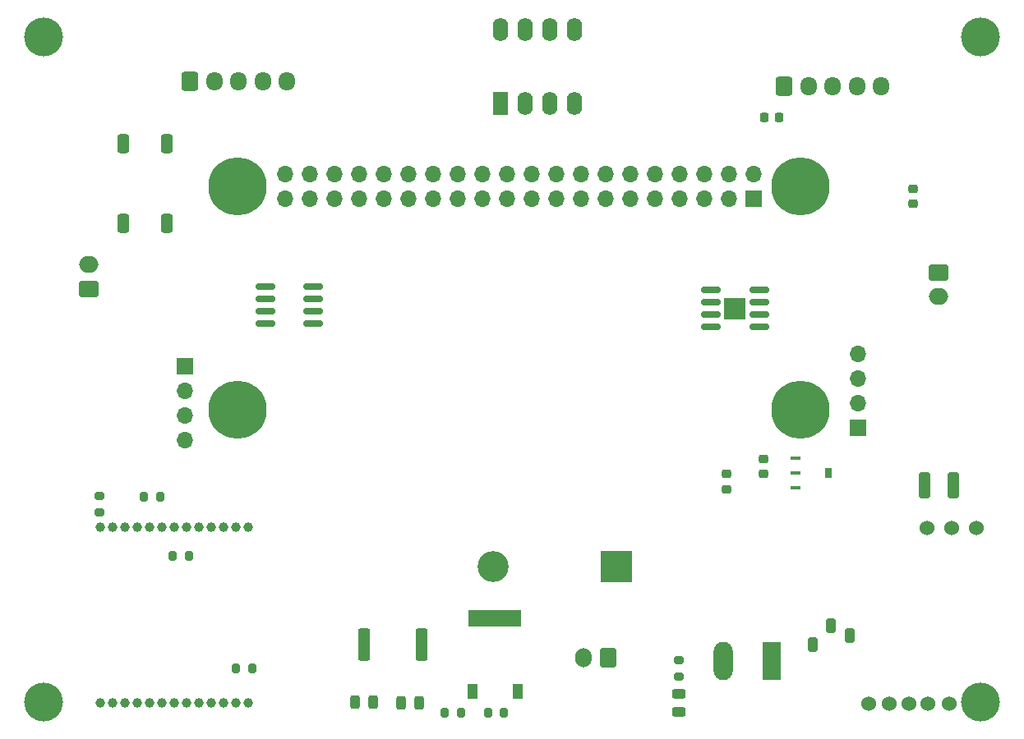
<source format=gts>
%TF.GenerationSoftware,KiCad,Pcbnew,(6.0.6)*%
%TF.CreationDate,2022-07-27T09:36:35+09:00*%
%TF.ProjectId,arliss,61726c69-7373-42e6-9b69-6361645f7063,rev?*%
%TF.SameCoordinates,Original*%
%TF.FileFunction,Soldermask,Top*%
%TF.FilePolarity,Negative*%
%FSLAX46Y46*%
G04 Gerber Fmt 4.6, Leading zero omitted, Abs format (unit mm)*
G04 Created by KiCad (PCBNEW (6.0.6)) date 2022-07-27 09:36:35*
%MOMM*%
%LPD*%
G01*
G04 APERTURE LIST*
G04 Aperture macros list*
%AMRoundRect*
0 Rectangle with rounded corners*
0 $1 Rounding radius*
0 $2 $3 $4 $5 $6 $7 $8 $9 X,Y pos of 4 corners*
0 Add a 4 corners polygon primitive as box body*
4,1,4,$2,$3,$4,$5,$6,$7,$8,$9,$2,$3,0*
0 Add four circle primitives for the rounded corners*
1,1,$1+$1,$2,$3*
1,1,$1+$1,$4,$5*
1,1,$1+$1,$6,$7*
1,1,$1+$1,$8,$9*
0 Add four rect primitives between the rounded corners*
20,1,$1+$1,$2,$3,$4,$5,0*
20,1,$1+$1,$4,$5,$6,$7,0*
20,1,$1+$1,$6,$7,$8,$9,0*
20,1,$1+$1,$8,$9,$2,$3,0*%
G04 Aperture macros list end*
%ADD10C,1.524000*%
%ADD11RoundRect,0.150000X0.825000X0.150000X-0.825000X0.150000X-0.825000X-0.150000X0.825000X-0.150000X0*%
%ADD12R,0.400000X1.000000*%
%ADD13R,1.000000X0.400000*%
%ADD14O,1.700000X1.700000*%
%ADD15R,1.700000X1.700000*%
%ADD16RoundRect,0.200000X-0.275000X0.200000X-0.275000X-0.200000X0.275000X-0.200000X0.275000X0.200000X0*%
%ADD17RoundRect,0.300000X-0.300000X0.700000X-0.300000X-0.700000X0.300000X-0.700000X0.300000X0.700000X0*%
%ADD18RoundRect,0.200000X0.200000X0.275000X-0.200000X0.275000X-0.200000X-0.275000X0.200000X-0.275000X0*%
%ADD19RoundRect,0.250000X0.250000X0.512000X-0.250000X0.512000X-0.250000X-0.512000X0.250000X-0.512000X0*%
%ADD20RoundRect,0.200000X-0.200000X-0.275000X0.200000X-0.275000X0.200000X0.275000X-0.200000X0.275000X0*%
%ADD21RoundRect,0.150000X-0.825000X-0.150000X0.825000X-0.150000X0.825000X0.150000X-0.825000X0.150000X0*%
%ADD22R,2.300000X2.300000*%
%ADD23RoundRect,0.243750X-0.456250X0.243750X-0.456250X-0.243750X0.456250X-0.243750X0.456250X0.243750X0*%
%ADD24C,6.000000*%
%ADD25C,1.000000*%
%ADD26R,1.600000X2.400000*%
%ADD27O,1.600000X2.400000*%
%ADD28RoundRect,0.250000X0.325000X1.100000X-0.325000X1.100000X-0.325000X-1.100000X0.325000X-1.100000X0*%
%ADD29RoundRect,0.225000X-0.250000X0.225000X-0.250000X-0.225000X0.250000X-0.225000X0.250000X0.225000X0*%
%ADD30RoundRect,0.225000X0.250000X-0.225000X0.250000X0.225000X-0.250000X0.225000X-0.250000X-0.225000X0*%
%ADD31RoundRect,0.225000X0.225000X0.250000X-0.225000X0.250000X-0.225000X-0.250000X0.225000X-0.250000X0*%
%ADD32C,4.000000*%
%ADD33RoundRect,0.250000X-0.600000X-0.725000X0.600000X-0.725000X0.600000X0.725000X-0.600000X0.725000X0*%
%ADD34O,1.700000X1.950000*%
%ADD35RoundRect,0.243750X0.243750X0.456250X-0.243750X0.456250X-0.243750X-0.456250X0.243750X-0.456250X0*%
%ADD36R,1.000000X1.500000*%
%ADD37R,5.400000X1.700000*%
%ADD38O,3.200000X3.200000*%
%ADD39R,3.200000X3.200000*%
%ADD40RoundRect,0.243750X-0.243750X-0.456250X0.243750X-0.456250X0.243750X0.456250X-0.243750X0.456250X0*%
%ADD41O,2.000000X1.700000*%
%ADD42RoundRect,0.250000X-0.750000X0.600000X-0.750000X-0.600000X0.750000X-0.600000X0.750000X0.600000X0*%
%ADD43RoundRect,0.250000X0.750000X-0.600000X0.750000X0.600000X-0.750000X0.600000X-0.750000X-0.600000X0*%
%ADD44O,1.700000X2.000000*%
%ADD45RoundRect,0.250000X0.600000X0.750000X-0.600000X0.750000X-0.600000X-0.750000X0.600000X-0.750000X0*%
%ADD46RoundRect,0.250000X0.362500X1.425000X-0.362500X1.425000X-0.362500X-1.425000X0.362500X-1.425000X0*%
%ADD47O,1.980000X3.960000*%
%ADD48R,1.980000X3.960000*%
G04 APERTURE END LIST*
D10*
%TO.C,5VConv1*%
X169735000Y-104000000D03*
X172275000Y-104000000D03*
X174815000Y-104000000D03*
%TD*%
D11*
%TO.C,MT_dr_R1*%
X101550000Y-82920000D03*
X101550000Y-81650000D03*
X101550000Y-80380000D03*
X101550000Y-79110000D03*
X106500000Y-79110000D03*
X106500000Y-80380000D03*
X106500000Y-81650000D03*
X106500000Y-82920000D03*
%TD*%
D12*
%TO.C,U2*%
X159410000Y-98290000D03*
X159710000Y-98290000D03*
D13*
X156210000Y-99790000D03*
X156210000Y-96790000D03*
X156210000Y-98290000D03*
%TD*%
D14*
%TO.C,uart-i2c2*%
X93270000Y-94900000D03*
X93270000Y-92360000D03*
X93270000Y-89820000D03*
D15*
X93270000Y-87280000D03*
%TD*%
D14*
%TO.C,uart-i2c1*%
X162640000Y-86010000D03*
X162640000Y-88550000D03*
X162640000Y-91090000D03*
D15*
X162640000Y-93630000D03*
%TD*%
D16*
%TO.C,R_LiPo1*%
X144190000Y-117625000D03*
X144190000Y-119275000D03*
%TD*%
D17*
%TO.C,RST_SW1*%
X91400000Y-72530000D03*
X91400000Y-64330000D03*
X86900000Y-72530000D03*
X86900000Y-64330000D03*
%TD*%
D18*
%TO.C,Rnicr2*%
X124495000Y-123040000D03*
X126145000Y-123040000D03*
%TD*%
%TO.C,Rnicr1*%
X120055000Y-123050000D03*
X121705000Y-123050000D03*
%TD*%
D19*
%TO.C,release_detect1*%
X161750000Y-115025000D03*
X159850000Y-114025000D03*
X157950000Y-116025000D03*
%TD*%
D18*
%TO.C,Rcom4*%
X98535000Y-118470000D03*
X100185000Y-118470000D03*
%TD*%
D16*
%TO.C,Rcom3*%
X84500000Y-102325000D03*
X84500000Y-100675000D03*
%TD*%
D18*
%TO.C,Rcom2*%
X92035000Y-106850000D03*
X93685000Y-106850000D03*
%TD*%
D20*
%TO.C,Rcom1*%
X90695000Y-100730000D03*
X89045000Y-100730000D03*
%TD*%
D21*
%TO.C,MT_dr_L1*%
X147475000Y-79445000D03*
X147475000Y-80715000D03*
X147475000Y-81985000D03*
X147475000Y-83255000D03*
X152425000Y-83255000D03*
X152425000Y-81985000D03*
X152425000Y-80715000D03*
X152425000Y-79445000D03*
D22*
X149950000Y-81350000D03*
%TD*%
D23*
%TO.C,LED_Lipo1*%
X144175000Y-122925000D03*
X144175000Y-121050000D03*
%TD*%
D24*
%TO.C,J1*%
X98725000Y-91755000D03*
X98725000Y-68755000D03*
X156725000Y-91755000D03*
X156725000Y-68755000D03*
D15*
X151855000Y-70025000D03*
D14*
X151855000Y-67485000D03*
X149315000Y-70025000D03*
X149315000Y-67485000D03*
X146775000Y-70025000D03*
X146775000Y-67485000D03*
X144235000Y-70025000D03*
X144235000Y-67485000D03*
X141695000Y-70025000D03*
X141695000Y-67485000D03*
X139155000Y-70025000D03*
X139155000Y-67485000D03*
X136615000Y-70025000D03*
X136615000Y-67485000D03*
X134075000Y-70025000D03*
X134075000Y-67485000D03*
X131535000Y-70025000D03*
X131535000Y-67485000D03*
X128995000Y-70025000D03*
X128995000Y-67485000D03*
X126455000Y-70025000D03*
X126455000Y-67485000D03*
X123915000Y-70025000D03*
X123915000Y-67485000D03*
X121375000Y-70025000D03*
X121375000Y-67485000D03*
X118835000Y-70025000D03*
X118835000Y-67485000D03*
X116295000Y-70025000D03*
X116295000Y-67485000D03*
X113755000Y-70025000D03*
X113755000Y-67485000D03*
X111215000Y-70025000D03*
X111215000Y-67485000D03*
X108675000Y-70025000D03*
X108675000Y-67485000D03*
X106135000Y-70025000D03*
X106135000Y-67485000D03*
X103595000Y-70025000D03*
X103595000Y-67485000D03*
%TD*%
D25*
%TO.C,com1*%
X99790000Y-122000000D03*
X98520000Y-122000000D03*
X97250000Y-122000000D03*
X95980000Y-122000000D03*
X94710000Y-122000000D03*
X93440000Y-122000000D03*
X92170000Y-122000000D03*
X90900000Y-122000000D03*
X89630000Y-122000000D03*
X88360000Y-122000000D03*
X87090000Y-122000000D03*
X85820000Y-122000000D03*
X84550000Y-122000000D03*
X84550000Y-103900000D03*
X85820000Y-103900000D03*
X87090000Y-103900000D03*
X88360000Y-103900000D03*
X89630000Y-103900000D03*
X90900000Y-103900000D03*
X92170000Y-103900000D03*
X93440000Y-103900000D03*
X94710000Y-103900000D03*
X95980000Y-103900000D03*
X97250000Y-103900000D03*
X98520000Y-103900000D03*
X99790000Y-103900000D03*
%TD*%
D26*
%TO.C,Balom1*%
X125810000Y-60185000D03*
D27*
X128350000Y-60185000D03*
X130890000Y-60185000D03*
X133430000Y-60185000D03*
X133430000Y-52565000D03*
X130890000Y-52565000D03*
X128350000Y-52565000D03*
X125810000Y-52565000D03*
%TD*%
D28*
%TO.C,47\u03BCF1*%
X172425000Y-99575000D03*
X169475000Y-99575000D03*
%TD*%
D29*
%TO.C,2.2\u03BCF3*%
X168320000Y-70565000D03*
X168320000Y-69015000D03*
%TD*%
D30*
%TO.C,2.2\u03BCF2*%
X152920000Y-96875000D03*
X152920000Y-98425000D03*
%TD*%
D31*
%TO.C,2.2\u03BCF1*%
X152935000Y-61650000D03*
X154485000Y-61650000D03*
%TD*%
D29*
%TO.C,1.0\u03BCF1*%
X149080000Y-99965000D03*
X149080000Y-98415000D03*
%TD*%
D32*
%TO.C,REF\u002A\u002A*%
X78740000Y-53340000D03*
%TD*%
D33*
%TO.C,GPS_MAXB1*%
X93800000Y-57882500D03*
D34*
X96300000Y-57882500D03*
X98800000Y-57882500D03*
X101300000Y-57882500D03*
X103800000Y-57882500D03*
%TD*%
D35*
%TO.C,LED2*%
X112657500Y-121950000D03*
X110782500Y-121950000D03*
%TD*%
D36*
%TO.C,MOSFET1*%
X127530000Y-120850000D03*
D37*
X125230000Y-113300000D03*
D36*
X122930000Y-120850000D03*
%TD*%
D38*
%TO.C,stranger1*%
X125060000Y-107990000D03*
D39*
X137760000Y-107990000D03*
%TD*%
D40*
%TO.C,LED1*%
X115562500Y-121990000D03*
X117437500Y-121990000D03*
%TD*%
D41*
%TO.C,Motor_L1*%
X170887500Y-80120000D03*
D42*
X170887500Y-77620000D03*
%TD*%
D10*
%TO.C,S1*%
X172000000Y-122100000D03*
X169850000Y-122100000D03*
X163700000Y-122100000D03*
X165850000Y-122100000D03*
X167850000Y-122100000D03*
%TD*%
D41*
%TO.C,Motor_R1*%
X83338500Y-76820400D03*
D43*
X83338500Y-79320400D03*
%TD*%
D44*
%TO.C,NiCr_Wire1*%
X134375000Y-117367500D03*
D45*
X136875000Y-117367500D03*
%TD*%
D34*
%TO.C,9axis1*%
X165020000Y-58412500D03*
X162520000Y-58412500D03*
X160020000Y-58412500D03*
X157520000Y-58412500D03*
D33*
X155020000Y-58412500D03*
%TD*%
D46*
%TO.C,Rled1*%
X117632500Y-116010000D03*
X111707500Y-116010000D03*
%TD*%
D32*
%TO.C,REF\u002A\u002A*%
X78740000Y-121920000D03*
%TD*%
%TO.C,REF\u002A\u002A*%
X175260000Y-53340000D03*
%TD*%
D47*
%TO.C,J2*%
X148765000Y-117700000D03*
D48*
X153765000Y-117700000D03*
%TD*%
D32*
%TO.C,REF\u002A\u002A*%
X175260000Y-121920000D03*
%TD*%
M02*

</source>
